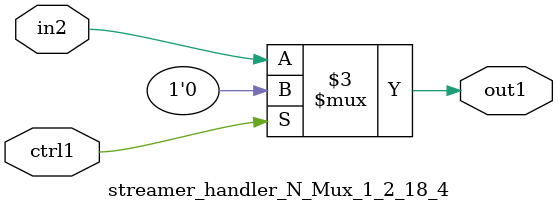
<source format=v>

`timescale 1ps / 1ps


module streamer_handler_N_Mux_1_2_18_4( in2, ctrl1, out1 );

    input in2;
    input ctrl1;
    output out1;
    reg out1;

    
    // rtl_process:streamer_handler_N_Mux_1_2_18_4/streamer_handler_N_Mux_1_2_18_4_thread_1
    always @*
      begin : streamer_handler_N_Mux_1_2_18_4_thread_1
        case (ctrl1) 
          1'b1: 
            begin
              out1 = 1'b0;
            end
          default: 
            begin
              out1 = in2;
            end
        endcase
      end

endmodule





</source>
